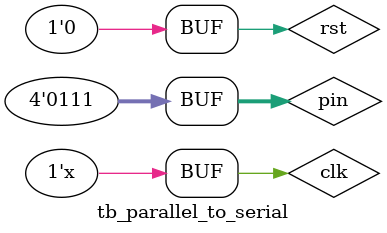
<source format=v>
module tb_parallel_to_serial();
    
    
    // parallel_to_serial Inputs
    reg   clk        = 0 ;
    reg   rst        = 0 ;
    reg   [3:0]  pin = 0 ;
    
    // parallel_to_serial Outputs
    wire  sout                                 ;
    
    
    parallel_to_serial  u_parallel_to_serial (
    .clk                     (clk),
    .rst                     (rst),
    .pin                     (pin   [3:0]),
    
    .sout                    (sout)
    );
    
    initial
    begin
        rst     = 1;
        #10 rst = 0;
        #10 pin = 4'b1001;
        #50 pin = 4'b0110;
        #50 pin = 4'b1111;
        #50 pin = 4'b0000;
        #50 pin = 4'b1110;
        #50 pin = 4'b0111;
    end
    always begin
        #5 clk = ~clk;
    end
    
endmodule

</source>
